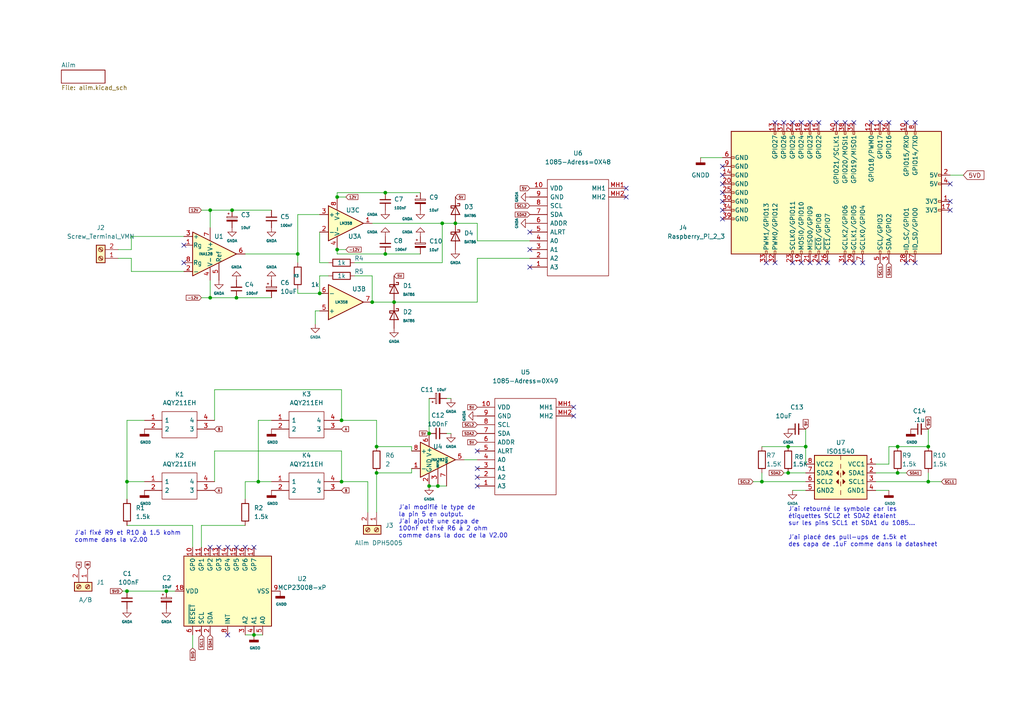
<source format=kicad_sch>
(kicad_sch (version 20211123) (generator eeschema)
  (paper "A4")
  (title_block (company "OhmPi team"))
  (lib_symbols
    (symbol "1085:1085" (pin_names (offset 0.762))
      (property "Reference" "IC" (at 24.13 7.62 0))
      (property "Value" "1085" (at 24.13 5.08 0))
      (symbol "1085_0_0"
        (pin passive line (at 0 -22.86 0) (length 5.08) (name "A3") (number "1"))
        (pin passive line (at 0 0 0) (length 5.08) (name "VDD") (number "10"))
        (pin passive line (at 0 -20.32 0) (length 5.08) (name "A2") (number "2"))
        (pin passive line (at 0 -17.78 0) (length 5.08) (name "A1") (number "3"))
        (pin passive line (at 0 -15.24 0) (length 5.08) (name "A0") (number "4"))
        (pin passive line (at 0 -12.7 0) (length 5.08) (name "ALRT") (number "5"))
        (pin passive line (at 0 -10.16 0) (length 5.08) (name "ADDR") (number "6"))
        (pin passive line (at 0 -7.62 0) (length 5.08) (name "SDA") (number "7"))
        (pin passive line (at 0 -5.08 0) (length 5.08) (name "SCL") (number "8"))
        (pin passive line (at 0 -2.54 0) (length 5.08) (name "GND") (number "9"))
        (pin passive line (at 27.94 0 180) (length 5.08) (name "MH1") (number "MH1"))
        (pin passive line (at 27.94 -2.54 180) (length 5.08) (name "MH2") (number "MH2"))
      )
    )
    (symbol "1085_1" (pin_names (offset 0.762))
      (property "Reference" "IC" (at 24.13 7.62 0))
      (property "Value" "1085_1" (at 24.13 5.08 0))
      (symbol "1085_1_0_0"
        (pin passive line (at 0 -22.86 0) (length 5.08) (name "A3") (number "1"))
        (pin passive line (at 0 0 0) (length 5.08) (name "VDD") (number "10"))
        (pin passive line (at 0 -20.32 0) (length 5.08) (name "A2") (number "2"))
        (pin passive line (at 0 -17.78 0) (length 5.08) (name "A1") (number "3"))
        (pin passive line (at 0 -15.24 0) (length 5.08) (name "A0") (number "4"))
        (pin passive line (at 0 -12.7 0) (length 5.08) (name "ALRT") (number "5"))
        (pin passive line (at 0 -10.16 0) (length 5.08) (name "ADDR") (number "6"))
        (pin passive line (at 0 -7.62 0) (length 5.08) (name "SDA") (number "7"))
        (pin passive line (at 0 -5.08 0) (length 5.08) (name "SCL") (number "8"))
        (pin passive line (at 0 -2.54 0) (length 5.08) (name "GND") (number "9"))
        (pin passive line (at 27.94 0 180) (length 5.08) (name "MH1") (number "MH1"))
        (pin passive line (at 27.94 -2.54 180) (length 5.08) (name "MH2") (number "MH2"))
      )
    )
    (symbol "AQY211EH:AQY211EH" (pin_names (offset 0.762))
      (property "Reference" "K" (at 16.51 7.62 0))
      (property "Value" "AQY211EH" (at 16.51 5.08 0))
      (symbol "AQY211EH_0_0"
        (pin passive line (at 0 0 0) (length 5.08) (name "1") (number "1"))
        (pin passive line (at 0 -2.54 0) (length 5.08) (name "2") (number "2"))
        (pin passive line (at 20.32 -2.54 180) (length 5.08) (name "3") (number "3"))
        (pin passive line (at 20.32 0 180) (length 5.08) (name "4") (number "4"))
      )
    )
    (symbol "Amplifier_Current:INA282" (pin_names (offset 0.127))
      (property "Reference" "U4" (at 0 3.81 0))
      (property "Value" "INA282" (at 0 0 0))
      (symbol "INA282_1_1"
        (pin input line (at -7.62 -2.54 0) (length 2.54) (name "-") (number "1"))
        (pin power_in line (at -2.54 -7.62 90) (length 3.81) (name "GND") (number "2"))
        (pin input line (at 0 -7.62 90) (length 5.08) (name "REF2") (number "3"))
        (pin no_connect line (at -5.08 0 0) (length 2.54) hide (name "NC") (number "4"))
        (pin output line (at 7.62 0 180) (length 2.54) (name "~") (number "5"))
        (pin input line (at -2.54 7.62 270) (length 3.81) (name "V+") (number "6"))
        (pin input line (at 2.54 -7.62 90) (length 6.35) (name "REF1") (number "7"))
        (pin input line (at -7.62 2.54 0) (length 2.54) (name "+") (number "8"))
      )
    )
    (symbol "Amplifier_Instrumentation:INA128" (pin_names (offset 0.127))
      (property "Reference" "U" (at 3.81 3.175 0))
      (property "Value" "INA128" (at 3.81 -3.175 0))
      (symbol "INA128_1_1"
        (pin passive line (at -7.62 2.54 0) (length 2.54) (name "Rg") (number "1"))
        (pin input line (at -7.62 -5.08 0) (length 2.54) (name "-") (number "2"))
        (pin input line (at -7.62 5.08 0) (length 2.54) (name "+") (number "3"))
        (pin power_in line (at 0 -7.62 90) (length 3.81) (name "V-") (number "4"))
        (pin input line (at 2.54 -7.62 90) (length 5.08) (name "Ref") (number "5"))
        (pin output line (at 10.16 0 180) (length 2.54) (name "~") (number "6"))
        (pin power_in line (at 0 7.62 270) (length 3.81) (name "V+") (number "7"))
        (pin passive line (at -7.62 -2.54 0) (length 2.54) (name "Rg") (number "8"))
      )
    )
    (symbol "Amplifier_Operational:LM358" (pin_names (offset 0.127))
      (property "Reference" "U" (at 0 5.08 0))
      (property "Value" "LM358" (at 0 -5.08 0))
      (symbol "LM358_1_1"
        (pin output line (at 7.62 0 180) (length 2.54) (name "~") (number "1"))
        (pin input line (at -7.62 -2.54 0) (length 2.54) (name "-") (number "2"))
        (pin input line (at -7.62 2.54 0) (length 2.54) (name "+") (number "3"))
      )
      (symbol "LM358_2_1"
        (pin input line (at -7.62 2.54 0) (length 2.54) (name "+") (number "5"))
        (pin input line (at -7.62 -2.54 0) (length 2.54) (name "-") (number "6"))
        (pin output line (at 7.62 0 180) (length 2.54) (name "~") (number "7"))
      )
      (symbol "LM358_3_1"
        (pin power_in line (at -2.54 -7.62 90) (length 3.81) (name "V-") (number "4"))
        (pin power_in line (at -2.54 7.62 270) (length 3.81) (name "V+") (number "8"))
      )
    )
    (symbol "Connector:Raspberry_Pi_2_3" (pin_names (offset 1.016))
      (property "Reference" "J" (at -17.78 31.75 0))
      (property "Value" "Raspberry_Pi_2_3" (at 10.16 -31.75 0))
      (symbol "Raspberry_Pi_2_3_1_1"
        (pin power_in line (at 2.54 33.02 270) (length 2.54) (name "3V3") (number "1"))
        (pin bidirectional line (at -20.32 20.32 0) (length 2.54) (name "GPIO15/RXD") (number "10"))
        (pin bidirectional line (at -20.32 12.7 0) (length 2.54) (name "GPIO17") (number "11"))
        (pin bidirectional line (at -20.32 10.16 0) (length 2.54) (name "GPIO18/PWM0") (number "12"))
        (pin bidirectional line (at -20.32 -17.78 0) (length 2.54) (name "GPIO27") (number "13"))
        (pin power_in line (at -5.08 -33.02 90) (length 2.54) (name "GND") (number "14"))
        (pin bidirectional line (at -20.32 -5.08 0) (length 2.54) (name "GPIO22") (number "15"))
        (pin bidirectional line (at -20.32 -7.62 0) (length 2.54) (name "GPIO23") (number "16"))
        (pin power_in line (at 5.08 33.02 270) (length 2.54) (name "3V3") (number "17"))
        (pin bidirectional line (at -20.32 -10.16 0) (length 2.54) (name "GPIO24") (number "18"))
        (pin bidirectional line (at 20.32 -10.16 180) (length 2.54) (name "MOSI0/GPIO10") (number "19"))
        (pin power_in line (at -5.08 33.02 270) (length 2.54) (name "5V") (number "2"))
        (pin power_in line (at -2.54 -33.02 90) (length 2.54) (name "GND") (number "20"))
        (pin bidirectional line (at 20.32 -7.62 180) (length 2.54) (name "MISO0/GPIO9") (number "21"))
        (pin bidirectional line (at -20.32 -12.7 0) (length 2.54) (name "GPIO25") (number "22"))
        (pin bidirectional line (at 20.32 -12.7 180) (length 2.54) (name "SCLK0/GPIO11") (number "23"))
        (pin bidirectional line (at 20.32 -5.08 180) (length 2.54) (name "~{CE0}/GPIO8") (number "24"))
        (pin power_in line (at 0 -33.02 90) (length 2.54) (name "GND") (number "25"))
        (pin bidirectional line (at 20.32 -2.54 180) (length 2.54) (name "~{CE1}/GPIO7") (number "26"))
        (pin bidirectional line (at 20.32 22.86 180) (length 2.54) (name "ID_SD/GPIO0") (number "27"))
        (pin bidirectional line (at 20.32 20.32 180) (length 2.54) (name "ID_SC/GPIO1") (number "28"))
        (pin bidirectional line (at 20.32 5.08 180) (length 2.54) (name "GCLK1/GPIO5") (number "29"))
        (pin bidirectional line (at 20.32 15.24 180) (length 2.54) (name "SDA/GPIO2") (number "3"))
        (pin power_in line (at 2.54 -33.02 90) (length 2.54) (name "GND") (number "30"))
        (pin bidirectional line (at 20.32 2.54 180) (length 2.54) (name "GCLK2/GPIO6") (number "31"))
        (pin bidirectional line (at 20.32 -17.78 180) (length 2.54) (name "PWM0/GPIO12") (number "32"))
        (pin bidirectional line (at 20.32 -20.32 180) (length 2.54) (name "PWM1/GPIO13") (number "33"))
        (pin power_in line (at 5.08 -33.02 90) (length 2.54) (name "GND") (number "34"))
        (pin bidirectional line (at -20.32 5.08 0) (length 2.54) (name "GPIO19/MISO1") (number "35"))
        (pin bidirectional line (at -20.32 15.24 0) (length 2.54) (name "GPIO16") (number "36"))
        (pin bidirectional line (at -20.32 -15.24 0) (length 2.54) (name "GPIO26") (number "37"))
        (pin bidirectional line (at -20.32 2.54 0) (length 2.54) (name "GPIO20/MOSI1") (number "38"))
        (pin power_in line (at 7.62 -33.02 90) (length 2.54) (name "GND") (number "39"))
        (pin power_in line (at -2.54 33.02 270) (length 2.54) (name "5V") (number "4"))
        (pin bidirectional line (at -20.32 0 0) (length 2.54) (name "GPIO21/SCLK1") (number "40"))
        (pin bidirectional line (at 20.32 12.7 180) (length 2.54) (name "SCL/GPIO3") (number "5"))
        (pin power_in line (at -10.16 -33.02 90) (length 2.54) (name "GND") (number "6"))
        (pin bidirectional line (at 20.32 7.62 180) (length 2.54) (name "GCLK0/GPIO4") (number "7"))
        (pin bidirectional line (at -20.32 22.86 0) (length 2.54) (name "GPIO14/TXD") (number "8"))
        (pin power_in line (at -7.62 -33.02 90) (length 2.54) (name "GND") (number "9"))
      )
    )
    (symbol "Connector:Screw_Terminal_01x02" (pin_names (offset 1.016) hide)
      (property "Reference" "J" (at 0 2.54 0))
      (property "Value" "Screw_Terminal_01x02" (at 0 -5.08 0))
      (symbol "Screw_Terminal_01x02_1_1"
        (pin passive line (at -5.08 0 0) (length 3.81) (name "Pin_1") (number "1"))
        (pin passive line (at -5.08 -2.54 0) (length 3.81) (name "Pin_2") (number "2"))
      )
    )
    (symbol "Device:C_Polarized_Small" (pin_numbers hide) (pin_names (offset 0.254) hide)
      (property "Reference" "C" (at 0.254 1.778 0))
      (property "Value" "C_Polarized_Small" (at 0.254 -2.032 0))
      (symbol "C_Polarized_Small_1_1"
        (pin passive line (at 0 2.54 270) (length 1.8542) (name "~") (number "1"))
        (pin passive line (at 0 -2.54 90) (length 1.8542) (name "~") (number "2"))
      )
    )
    (symbol "Device:C_Small" (pin_numbers hide) (pin_names (offset 0.254) hide)
      (property "Reference" "C" (at 0.254 1.778 0))
      (property "Value" "C_Small" (at 0.254 -2.032 0))
      (symbol "C_Small_1_1"
        (pin passive line (at 0 2.54 270) (length 2.032) (name "~") (number "1"))
        (pin passive line (at 0 -2.54 90) (length 2.032) (name "~") (number "2"))
      )
    )
    (symbol "Device:R" (pin_numbers hide) (pin_names (offset 0))
      (property "Reference" "R" (at 2.032 0 90))
      (property "Value" "R" (at 0 0 90))
      (symbol "R_1_1"
        (pin passive line (at 0 3.81 270) (length 1.27) (name "~") (number "1"))
        (pin passive line (at 0 -3.81 90) (length 1.27) (name "~") (number "2"))
      )
    )
    (symbol "Diode:BAT86" (pin_numbers hide) (pin_names (offset 1.016) hide)
      (property "Reference" "D" (at 0 2.54 0))
      (property "Value" "BAT86" (at 0 -2.54 0))
      (symbol "BAT86_1_1"
        (pin passive line (at -3.81 0 0) (length 2.54) (name "K") (number "1"))
        (pin passive line (at 3.81 0 180) (length 2.54) (name "A") (number "2"))
      )
    )
    (symbol "Interface_Expansion:MCP23008-xP"
      (property "Reference" "U" (at -8.89 13.97 0))
      (property "Value" "MCP23008-xP" (at 8.89 13.97 0))
      (symbol "MCP23008-xP_1_1"
        (pin input line (at -12.7 7.62 0) (length 2.54) (name "SCL") (number "1"))
        (pin bidirectional line (at 12.7 10.16 180) (length 2.54) (name "GP0") (number "10"))
        (pin bidirectional line (at 12.7 7.62 180) (length 2.54) (name "GP1") (number "11"))
        (pin bidirectional line (at 12.7 5.08 180) (length 2.54) (name "GP2") (number "12"))
        (pin bidirectional line (at 12.7 2.54 180) (length 2.54) (name "GP3") (number "13"))
        (pin bidirectional line (at 12.7 0 180) (length 2.54) (name "GP4") (number "14"))
        (pin bidirectional line (at 12.7 -2.54 180) (length 2.54) (name "GP5") (number "15"))
        (pin bidirectional line (at 12.7 -5.08 180) (length 2.54) (name "GP6") (number "16"))
        (pin bidirectional line (at 12.7 -7.62 180) (length 2.54) (name "GP7") (number "17"))
        (pin power_in line (at 0 15.24 270) (length 2.54) (name "VDD") (number "18"))
        (pin bidirectional line (at -12.7 5.08 0) (length 2.54) (name "SDA") (number "2"))
        (pin input line (at -12.7 -5.08 0) (length 2.54) (name "A2") (number "3"))
        (pin input line (at -12.7 -7.62 0) (length 2.54) (name "A1") (number "4"))
        (pin input line (at -12.7 -10.16 0) (length 2.54) (name "A0") (number "5"))
        (pin input line (at -12.7 10.16 0) (length 2.54) (name "~{RESET}") (number "6"))
        (pin no_connect line (at -10.16 -2.54 0) (length 2.54) hide (name "NC") (number "7"))
        (pin output line (at -12.7 0 0) (length 2.54) (name "INT") (number "8"))
        (pin power_in line (at 0 -15.24 90) (length 2.54) (name "VSS") (number "9"))
      )
    )
    (symbol "Isolator:ISO1540"
      (property "Reference" "U" (at -6.35 6.35 0))
      (property "Value" "ISO1540" (at 3.81 6.35 0))
      (symbol "ISO1540_1_1"
        (pin power_in line (at -10.16 2.54 0) (length 2.54) (name "VCC1") (number "1"))
        (pin bidirectional line (at -10.16 0 0) (length 2.54) (name "SDA1") (number "2"))
        (pin bidirectional line (at -10.16 -2.54 0) (length 2.54) (name "SCL1") (number "3"))
        (pin power_in line (at -10.16 -5.08 0) (length 2.54) (name "GND1") (number "4"))
        (pin power_in line (at 10.16 -5.08 180) (length 2.54) (name "GND2") (number "5"))
        (pin bidirectional line (at 10.16 -2.54 180) (length 2.54) (name "SCL2") (number "6"))
        (pin bidirectional line (at 10.16 0 180) (length 2.54) (name "SDA2") (number "7"))
        (pin power_in line (at 10.16 2.54 180) (length 2.54) (name "VCC2") (number "8"))
      )
    )
    (symbol "power:GNDA" (power) (pin_names (offset 0))
      (property "Value" "GNDA" (at 0 -3.81 0))
      (symbol "GNDA_1_1"
        (pin power_in line (at 0 0 270) (length 0) hide (name "GNDA") (number "1"))
      )
    )
    (symbol "power:GNDD" (power) (pin_names (offset 0))
      (property "Value" "GNDD" (at 0 -3.175 0))
      (symbol "GNDD_1_1"
        (pin power_in line (at 0 0 270) (length 0) hide (name "GNDD") (number "1"))
      )
    )
  )
  (junction (at 60.96 86.36))
  (junction (at 109.22 129.54))
  (junction (at 36.83 171.45))
  (junction (at 68.58 86.36))
  (junction (at 99.06 139.7))
  (junction (at 74.93 139.7))
  (junction (at 114.3 87.63))
  (junction (at 48.26 171.45))
  (junction (at 109.22 137.16))
  (junction (at 228.6 129.54))
  (junction (at 36.83 139.7))
  (junction (at 124.46 140.97))
  (junction (at 269.24 129.54))
  (junction (at 132.08 64.77))
  (junction (at 269.24 139.7))
  (junction (at 86.36 73.66))
  (junction (at 97.79 57.15))
  (junction (at 233.68 129.54))
  (junction (at 97.79 72.39))
  (junction (at 67.31 60.96))
  (junction (at 260.35 129.54))
  (junction (at 60.96 60.96))
  (junction (at 228.6 137.16))
  (junction (at 111.76 55.88))
  (junction (at 124.46 125.73))
  (junction (at 92.71 85.09))
  (junction (at 220.98 139.7))
  (junction (at 111.76 73.66))
  (junction (at 73.66 184.15))
  (junction (at 107.95 87.63))
  (junction (at 260.35 137.16))
  (junction (at 127 140.97))
  (junction (at 128.27 64.77))
  (junction (at 99.06 121.92))
  (no_connect (at 53.34 76.2))
  (no_connect (at 53.34 71.12))
  (no_connect (at 166.37 118.11))
  (no_connect (at 138.43 130.81))
  (no_connect (at 166.37 120.65))
  (no_connect (at 209.55 55.88))
  (no_connect (at 209.55 58.42))
  (no_connect (at 209.55 60.96))
  (no_connect (at 209.55 63.5))
  (no_connect (at 209.55 50.8))
  (no_connect (at 209.55 48.26))
  (no_connect (at 209.55 53.34))
  (no_connect (at 275.59 58.42))
  (no_connect (at 275.59 60.96))
  (no_connect (at 275.59 53.34))
  (no_connect (at 73.66 158.75))
  (no_connect (at 71.12 158.75))
  (no_connect (at 60.96 158.75))
  (no_connect (at 63.5 158.75))
  (no_connect (at 68.58 158.75))
  (no_connect (at 66.04 158.75))
  (no_connect (at 153.67 67.31))
  (no_connect (at 181.61 54.61))
  (no_connect (at 181.61 57.15))
  (no_connect (at 66.04 184.15))
  (no_connect (at 138.43 140.97))
  (no_connect (at 138.43 138.43))
  (no_connect (at 138.43 135.89))
  (no_connect (at 153.67 72.39))
  (no_connect (at 153.67 77.47))
  (no_connect (at 252.73 35.56))
  (no_connect (at 255.27 35.56))
  (no_connect (at 257.81 35.56))
  (no_connect (at 262.89 35.56))
  (no_connect (at 265.43 35.56))
  (no_connect (at 224.79 35.56))
  (no_connect (at 227.33 35.56))
  (no_connect (at 229.87 35.56))
  (no_connect (at 232.41 35.56))
  (no_connect (at 234.95 35.56))
  (no_connect (at 237.49 35.56))
  (no_connect (at 242.57 35.56))
  (no_connect (at 245.11 35.56))
  (no_connect (at 247.65 35.56))
  (no_connect (at 262.89 76.2))
  (no_connect (at 265.43 76.2))
  (no_connect (at 240.03 76.2))
  (no_connect (at 245.11 76.2))
  (no_connect (at 247.65 76.2))
  (no_connect (at 250.19 76.2))
  (no_connect (at 229.87 76.2))
  (no_connect (at 232.41 76.2))
  (no_connect (at 234.95 76.2))
  (no_connect (at 237.49 76.2))
  (no_connect (at 224.79 76.2))
  (no_connect (at 222.25 76.2))
  (wire (pts (xy 86.36 73.66) (xy 86.36 76.2)))
  (wire (pts (xy 109.22 129.54) (xy 119.38 129.54)))
  (wire (pts (xy 34.29 74.93) (xy 38.1 74.93)))
  (wire (pts (xy 130.81 115.57) (xy 129.54 115.57)))
  (wire (pts (xy 138.43 87.63) (xy 114.3 87.63)))
  (wire (pts (xy 254 142.24) (xy 257.81 142.24)))
  (wire (pts (xy 55.88 152.4) (xy 55.88 158.75)))
  (wire (pts (xy 228.6 137.16) (xy 233.68 137.16)))
  (wire (pts (xy 92.71 76.2) (xy 95.25 76.2)))
  (wire (pts (xy 260.35 137.16) (xy 262.89 137.16)))
  (wire (pts (xy 74.93 121.92) (xy 74.93 139.7)))
  (wire (pts (xy 62.23 130.81) (xy 62.23 139.7)))
  (wire (pts (xy 109.22 121.92) (xy 109.22 129.54)))
  (wire (pts (xy 233.68 129.54) (xy 228.6 129.54)))
  (wire (pts (xy 128.27 64.77) (xy 107.95 64.77)))
  (wire (pts (xy 107.95 87.63) (xy 107.95 80.01)))
  (wire (pts (xy 121.92 73.66) (xy 111.76 73.66)))
  (wire (pts (xy 35.56 171.45) (xy 36.83 171.45)))
  (wire (pts (xy 74.93 139.7) (xy 78.74 139.7)))
  (wire (pts (xy 71.12 139.7) (xy 71.12 144.78)))
  (wire (pts (xy 220.98 139.7) (xy 233.68 139.7)))
  (wire (pts (xy 128.27 64.77) (xy 132.08 64.77)))
  (wire (pts (xy 233.68 134.62) (xy 233.68 129.54)))
  (wire (pts (xy 254 139.7) (xy 269.24 139.7)))
  (wire (pts (xy 227.33 137.16) (xy 228.6 137.16)))
  (wire (pts (xy 58.42 86.36) (xy 60.96 86.36)))
  (wire (pts (xy 36.83 139.7) (xy 41.91 139.7)))
  (wire (pts (xy 99.06 130.81) (xy 99.06 139.7)))
  (wire (pts (xy 86.36 85.09) (xy 92.71 85.09)))
  (wire (pts (xy 279.4 50.8) (xy 275.59 50.8)))
  (wire (pts (xy 60.96 60.96) (xy 60.96 66.04)))
  (wire (pts (xy 106.68 148.59) (xy 106.68 139.7)))
  (wire (pts (xy 92.71 80.01) (xy 92.71 85.09)))
  (wire (pts (xy 36.83 139.7) (xy 36.83 144.78)))
  (wire (pts (xy 97.79 55.88) (xy 111.76 55.88)))
  (wire (pts (xy 91.44 90.17) (xy 91.44 93.98)))
  (wire (pts (xy 78.74 121.92) (xy 74.93 121.92)))
  (wire (pts (xy 203.2 45.72) (xy 209.55 45.72)))
  (wire (pts (xy 73.66 184.15) (xy 76.2 184.15)))
  (wire (pts (xy 127 140.97) (xy 129.54 140.97)))
  (wire (pts (xy 58.42 152.4) (xy 71.12 152.4)))
  (wire (pts (xy 55.88 184.15) (xy 55.88 187.96)))
  (wire (pts (xy 38.1 74.93) (xy 38.1 78.74)))
  (wire (pts (xy 86.36 62.23) (xy 92.71 62.23)))
  (wire (pts (xy 92.71 90.17) (xy 91.44 90.17)))
  (wire (pts (xy 102.87 76.2) (xy 128.27 76.2)))
  (wire (pts (xy 254 134.62) (xy 257.81 134.62)))
  (wire (pts (xy 99.06 121.92) (xy 109.22 121.92)))
  (wire (pts (xy 41.91 121.92) (xy 36.83 121.92)))
  (wire (pts (xy 58.42 152.4) (xy 58.42 158.75)))
  (wire (pts (xy 97.79 73.66) (xy 111.76 73.66)))
  (wire (pts (xy 111.76 55.88) (xy 121.92 55.88)))
  (wire (pts (xy 58.42 60.96) (xy 60.96 60.96)))
  (wire (pts (xy 92.71 67.31) (xy 92.71 76.2)))
  (wire (pts (xy 220.98 137.16) (xy 220.98 139.7)))
  (wire (pts (xy 269.24 137.16) (xy 269.24 139.7)))
  (wire (pts (xy 257.81 134.62) (xy 257.81 129.54)))
  (wire (pts (xy 78.74 86.36) (xy 68.58 86.36)))
  (wire (pts (xy 109.22 137.16) (xy 119.38 137.16)))
  (wire (pts (xy 38.1 78.74) (xy 53.34 78.74)))
  (wire (pts (xy 97.79 57.15) (xy 100.33 57.15)))
  (wire (pts (xy 257.81 129.54) (xy 260.35 129.54)))
  (wire (pts (xy 130.81 125.73) (xy 129.54 125.73)))
  (wire (pts (xy 62.23 113.03) (xy 99.06 113.03)))
  (wire (pts (xy 99.06 113.03) (xy 99.06 121.92)))
  (wire (pts (xy 67.31 60.96) (xy 78.74 60.96)))
  (wire (pts (xy 86.36 62.23) (xy 86.36 73.66)))
  (wire (pts (xy 62.23 130.81) (xy 99.06 130.81)))
  (wire (pts (xy 109.22 137.16) (xy 109.22 148.59)))
  (wire (pts (xy 229.87 142.24) (xy 233.68 142.24)))
  (wire (pts (xy 124.46 140.97) (xy 127 140.97)))
  (wire (pts (xy 138.43 74.93) (xy 138.43 87.63)))
  (wire (pts (xy 153.67 74.93) (xy 138.43 74.93)))
  (wire (pts (xy 260.35 137.16) (xy 254 137.16)))
  (wire (pts (xy 269.24 139.7) (xy 273.05 139.7)))
  (wire (pts (xy 71.12 184.15) (xy 73.66 184.15)))
  (wire (pts (xy 102.87 80.01) (xy 107.95 80.01)))
  (wire (pts (xy 218.44 139.7) (xy 220.98 139.7)))
  (wire (pts (xy 124.46 115.57) (xy 124.46 125.73)))
  (wire (pts (xy 119.38 129.54) (xy 119.38 130.81)))
  (wire (pts (xy 138.43 69.85) (xy 138.43 64.77)))
  (wire (pts (xy 36.83 121.92) (xy 36.83 139.7)))
  (wire (pts (xy 107.95 87.63) (xy 114.3 87.63)))
  (wire (pts (xy 38.1 68.58) (xy 53.34 68.58)))
  (wire (pts (xy 48.26 171.45) (xy 50.8 171.45)))
  (wire (pts (xy 93.98 85.09) (xy 92.71 85.09)))
  (wire (pts (xy 269.24 124.46) (xy 269.24 129.54)))
  (wire (pts (xy 233.68 124.46) (xy 233.68 129.54)))
  (wire (pts (xy 60.96 60.96) (xy 67.31 60.96)))
  (wire (pts (xy 62.23 113.03) (xy 62.23 121.92)))
  (wire (pts (xy 71.12 139.7) (xy 74.93 139.7)))
  (wire (pts (xy 60.96 86.36) (xy 68.58 86.36)))
  (wire (pts (xy 97.79 72.39) (xy 97.79 73.66)))
  (wire (pts (xy 260.35 129.54) (xy 269.24 129.54)))
  (wire (pts (xy 220.98 129.54) (xy 228.6 129.54)))
  (wire (pts (xy 153.67 69.85) (xy 138.43 69.85)))
  (wire (pts (xy 36.83 171.45) (xy 48.26 171.45)))
  (wire (pts (xy 34.29 72.39) (xy 38.1 72.39)))
  (wire (pts (xy 138.43 64.77) (xy 132.08 64.77)))
  (wire (pts (xy 86.36 83.82) (xy 86.36 85.09)))
  (wire (pts (xy 92.71 80.01) (xy 95.25 80.01)))
  (wire (pts (xy 36.83 152.4) (xy 55.88 152.4)))
  (wire (pts (xy 97.79 57.15) (xy 97.79 55.88)))
  (wire (pts (xy 119.38 135.89) (xy 119.38 137.16)))
  (wire (pts (xy 128.27 64.77) (xy 128.27 76.2)))
  (wire (pts (xy 38.1 72.39) (xy 38.1 68.58)))
  (wire (pts (xy 60.96 81.28) (xy 60.96 86.36)))
  (wire (pts (xy 134.62 133.35) (xy 138.43 133.35)))
  (wire (pts (xy 97.79 72.39) (xy 100.33 72.39)))
  (wire (pts (xy 106.68 139.7) (xy 99.06 139.7)))
  (wire (pts (xy 71.12 73.66) (xy 86.36 73.66)))
  (text "J'ai retourné le symbole car les \nétiquettes SCL2 et SDA2 étaient \nsur les pins SCL1 et SDA1 du 1085...\n\nJ'ai placé des pull-ups de 1.5k et \ndes capa de .1uF comme dans la datasheet " (at 228.6 158.75 0) (effects (font (size 1.27 1.27)) (justify left bottom)))
  (text "J'ai fixé R9 et R10 à 1.5 kohm\ncomme dans la v2.00" (at 21.59 157.48 0) (effects (font (size 1.27 1.27)) (justify left bottom)))
  (text "J'ai modifié le type de\nla pin 5 en output.\nJ'ai ajouté une capa de\n100nF et fixé R6 à 2 ohm\ncomme dans la doc de la V2.00" (at 115.57 156.21 0) (effects (font (size 1.27 1.27)) (justify left bottom)))
  (global_label "12V" (shape input) (at 100.33 57.15 0) (effects (font (size 0.75 0.75))) (property "Intersheet References" "${INTERSHEET_REFS}" (effects hide)))
  (global_label "5V" (shape input) (at 233.68 124.46 90) (effects (font (size 0.75 0.75))) (property "Intersheet References" "${INTERSHEET_REFS}" (effects hide)))
  (global_label "SCL1" (shape input) (at 58.42 184.15 270) (effects (font (size 0.75 0.75))) (property "Intersheet References" "${INTERSHEET_REFS}" (effects hide)))
  (global_label "5V" (shape input) (at 138.43 118.11 180) (effects (font (size 0.75 0.75))) (property "Intersheet References" "${INTERSHEET_REFS}" (effects hide)))
  (global_label "SDA1" (shape input) (at 60.96 184.15 270) (effects (font (size 0.75 0.75))) (property "Intersheet References" "${INTERSHEET_REFS}" (effects hide)))
  (global_label "5V" (shape input) (at 138.43 128.27 180) (effects (font (size 0.75 0.75))) (property "Intersheet References" "${INTERSHEET_REFS}" (effects hide)))
  (global_label "SCL2" (shape input) (at 218.44 139.7 180) (effects (font (size 0.75 0.75))) (property "Intersheet References" "${INTERSHEET_REFS}" (effects hide)))
  (global_label "-12V" (shape input) (at 58.42 86.36 180) (effects (font (size 0.75 0.75))) (property "Intersheet References" "${INTERSHEET_REFS}" (effects hide)))
  (global_label "5V" (shape input) (at 114.3 80.01 0) (effects (font (size 0.75 0.75))) (property "Intersheet References" "${INTERSHEET_REFS}" (effects hide)))
  (global_label "5V" (shape input) (at 153.67 54.61 180) (effects (font (size 0.75 0.75))) (property "Intersheet References" "${INTERSHEET_REFS}" (effects hide)))
  (global_label "SDA2" (shape input) (at 153.67 62.23 180) (effects (font (size 0.75 0.75))) (property "Intersheet References" "${INTERSHEET_REFS}" (effects hide)))
  (global_label "SDA1" (shape input) (at 257.81 76.2 270) (effects (font (size 0.75 0.75))) (property "Intersheet References" "${INTERSHEET_REFS}" (effects hide)))
  (global_label "SDA2" (shape input) (at 227.33 137.16 180) (effects (font (size 0.75 0.75))) (property "Intersheet References" "${INTERSHEET_REFS}" (effects hide)))
  (global_label "5VD" (shape input) (at 279.4 50.8 0) (property "Intersheet References" "${INTERSHEET_REFS}" (effects hide)))
  (global_label "B" (shape input) (at 25.4 165.1 90) (effects (font (size 0.75 0.75))) (property "Intersheet References" "${INTERSHEET_REFS}" (effects hide)))
  (global_label "A" (shape input) (at 99.06 124.46 0) (effects (font (size 0.75 0.75))) (property "Intersheet References" "${INTERSHEET_REFS}" (effects hide)))
  (global_label "A" (shape input) (at 62.23 142.24 0) (effects (font (size 0.75 0.75))) (property "Intersheet References" "${INTERSHEET_REFS}" (effects hide)))
  (global_label "12V" (shape input) (at 58.42 60.96 180) (effects (font (size 0.75 0.75))) (property "Intersheet References" "${INTERSHEET_REFS}" (effects hide)))
  (global_label "B" (shape input) (at 99.06 142.24 0) (effects (font (size 0.75 0.75))) (property "Intersheet References" "${INTERSHEET_REFS}" (effects hide)))
  (global_label "B" (shape input) (at 62.23 124.46 0) (effects (font (size 0.75 0.75))) (property "Intersheet References" "${INTERSHEET_REFS}" (effects hide)))
  (global_label "5V" (shape input) (at 124.46 125.73 180) (effects (font (size 0.75 0.75))) (property "Intersheet References" "${INTERSHEET_REFS}" (effects hide)))
  (global_label "A" (shape input) (at 22.86 165.1 90) (effects (font (size 0.75 0.75))) (property "Intersheet References" "${INTERSHEET_REFS}" (effects hide)))
  (global_label "-12V" (shape input) (at 100.33 72.39 0) (effects (font (size 0.75 0.75))) (property "Intersheet References" "${INTERSHEET_REFS}" (effects hide)))
  (global_label "5VD" (shape input) (at 269.24 124.46 90) (effects (font (size 0.75 0.75))) (property "Intersheet References" "${INTERSHEET_REFS}" (effects hide)))
  (global_label "SCL1" (shape input) (at 255.27 76.2 270) (effects (font (size 0.75 0.75))) (property "Intersheet References" "${INTERSHEET_REFS}" (effects hide)))
  (global_label "SCL2" (shape input) (at 153.67 59.69 180) (effects (font (size 0.75 0.75))) (property "Intersheet References" "${INTERSHEET_REFS}" (effects hide)))
  (global_label "SCL2" (shape input) (at 138.43 123.19 180) (effects (font (size 0.75 0.75))) (property "Intersheet References" "${INTERSHEET_REFS}" (effects hide)))
  (global_label "5V" (shape input) (at 132.08 57.15 0) (effects (font (size 0.75 0.75))) (property "Intersheet References" "${INTERSHEET_REFS}" (effects hide)))
  (global_label "SCL1" (shape input) (at 273.05 139.7 0) (effects (font (size 0.75 0.75))) (property "Intersheet References" "${INTERSHEET_REFS}" (effects hide)))
  (global_label "5VD" (shape input) (at 35.56 171.45 180) (effects (font (size 0.75 0.75))) (property "Intersheet References" "${INTERSHEET_REFS}" (effects hide)))
  (global_label "SDA1" (shape input) (at 262.89 137.16 0) (effects (font (size 0.75 0.75))) (property "Intersheet References" "${INTERSHEET_REFS}" (effects hide)))
  (global_label "SDA2" (shape input) (at 138.43 125.73 180) (effects (font (size 0.75 0.75))) (property "Intersheet References" "${INTERSHEET_REFS}" (effects hide)))
  (global_label "5VD" (shape input) (at 55.88 187.96 270) (effects (font (size 0.75 0.75))) (property "Intersheet References" "${INTERSHEET_REFS}" (effects hide)))
  (symbol (lib_id "power:GNDA") (at 138.43 120.65 270) (unit 1)
    (property "Reference" "#PWR024" (effects hide))
    (property "Value" "GNDA" (at 134.62 120.65 0) (effects (font (size 0.75 0.75))))
  )
  (symbol (lib_id "power:GNDA") (at 132.08 72.39 0) (unit 1)
    (property "Reference" "#PWR023" (effects hide))
    (property "Value" "GNDA" (at 132.08 76.2 0) (effects (font (size 0.75 0.75))))
  )
  (symbol (lib_id "power:GNDA") (at 36.83 176.53 0) (unit 1)
    (property "Reference" "#PWR01" (effects hide))
    (property "Value" "GNDA" (at 36.83 180.34 0) (effects (font (size 0.75 0.75))))
  )
  (symbol (lib_id "Amplifier_Current:INA282") (at 127 133.35 0) (unit 1)
    (property "Reference" "U4" (at 127 129.54 0))
    (property "Value" "INA282" (at 127 133.35 0) (effects (font (size 0.75 0.75))))
    (property "Footprint" "Package_SO:SOIC-8_3.9x4.9mm_P1.27mm" (effects hide))
    (property "Datasheet" "http://www.ti.com/lit/ds/symlink/ina282.pdf" (effects hide))
  )
  (symbol (lib_id "power:GNDA") (at 78.74 81.28 180) (unit 1)
    (property "Reference" "#PWR010" (effects hide))
    (property "Value" "GNDA" (at 78.74 77.47 0) (effects (font (size 0.75 0.75))))
  )
  (symbol (lib_id "power:GNDD") (at 203.2 45.72 0) (unit 1)
    (property "Reference" "#PWR027" (effects hide))
    (property "Value" "GNDD" (at 203.2 50.8 0))
  )
  (symbol (lib_id "Diode:BAT86") (at 132.08 68.58 270) (unit 1)
    (property "Reference" "D4" (at 134.62 67.6274 90) (effects (justify left)))
    (property "Value" "BAT86" (at 134.62 70.1674 90) (effects (font (size 0.75 0.75)) (justify left)))
    (property "Footprint" "Diode_THT:D_DO-35_SOD27_P7.62mm_Horizontal" (effects hide))
    (property "Datasheet" "https://assets.nexperia.com/documents/data-sheet/BAT86.pdf" (effects hide))
  )
  (symbol (lib_id "power:GNDA") (at 121.92 68.58 180) (unit 1)
    (property "Reference" "#PWR019" (effects hide))
    (property "Value" "GNDA" (at 118.11 67.31 0) (effects (font (size 0.75 0.75))))
  )
  (symbol (lib_id "Device:R") (at 99.06 76.2 90) (unit 1)
    (property "Reference" "R4" (at 104.14 74.93 90))
    (property "Value" "1k" (at 99.06 76.2 90))
    (property "Footprint" "Resistor_THT:R_Axial_DIN0411_L9.9mm_D3.6mm_P15.24mm_Horizontal" (effects hide))
  )
  (symbol (lib_id "power:GNDA") (at 68.58 81.28 180) (unit 1)
    (property "Reference" "#PWR07" (effects hide))
    (property "Value" "GNDA" (at 68.58 77.47 0) (effects (font (size 0.75 0.75))))
  )
  (symbol (lib_id "power:GNDA") (at 63.5 81.28 0) (unit 1)
    (property "Reference" "#PWR05" (effects hide))
    (property "Value" "GNDA" (at 63.5 85.09 0) (effects (font (size 0.75 0.75))))
  )
  (symbol (lib_id "power:GNDD") (at 78.74 142.24 0) (unit 1)
    (property "Reference" "#PWR012" (effects hide))
    (property "Value" "GNDD" (at 77.47 146.05 0) (effects (font (size 0.75 0.75)) (justify left)))
  )
  (symbol (lib_id "Device:R") (at 228.6 133.35 0) (unit 1)
    (property "Reference" "R8" (at 230.378 132.5153 0) (effects (justify left)))
    (property "Value" "1.5K" (at 229.87 134.62 0) (effects (justify left)))
    (property "Footprint" "Resistor_THT:R_Axial_DIN0411_L9.9mm_D3.6mm_P15.24mm_Horizontal" (effects hide))
  )
  (symbol (lib_id "Device:C_Small") (at 78.74 63.5 0) (unit 1)
    (property "Reference" "C5" (at 81.28 62.8712 0) (effects (justify left)))
    (property "Value" "100nF" (at 81.28 65.4112 0) (effects (font (size 0.75 0.75)) (justify left)))
    (property "Footprint" "Capacitor_THT:C_Disc_D8.0mm_W2.5mm_P5.00mm" (effects hide))
  )
  (symbol (lib_id "Device:R") (at 260.35 133.35 0) (unit 1)
    (property "Reference" "R9" (at 261.62 132.08 0) (effects (justify left)))
    (property "Value" "1.5k" (at 261.62 134.62 0) (effects (justify left)))
    (property "Footprint" "Resistor_THT:R_Axial_DIN0411_L9.9mm_D3.6mm_P15.24mm_Horizontal" (effects hide))
  )
  (symbol (lib_id "power:GNDA") (at 121.92 60.96 0) (unit 1)
    (property "Reference" "#PWR018" (effects hide))
    (property "Value" "GNDA" (at 118.11 63.5 0) (effects (font (size 0.75 0.75))))
  )
  (symbol (lib_id "Amplifier_Instrumentation:INA128") (at 60.96 73.66 0) (unit 1)
    (property "Reference" "U1" (at 63.5 68.58 0))
    (property "Value" "INA128" (at 59.69 73.66 0) (effects (font (size 0.75 0.75))))
    (property "Footprint" "Package_DIP:DIP-8_W7.62mm" (effects hide))
    (property "Datasheet" "http://www.ti.com/lit/ds/symlink/ina128.pdf" (effects hide))
  )
  (symbol (lib_id "power:GNDA") (at 130.81 115.57 0) (unit 1)
    (property "Reference" "#PWR021" (effects hide))
    (property "Value" "GNDA" (at 130.81 119.38 0) (effects (font (size 0.75 0.75))))
  )
  (symbol (lib_id "Connector:Screw_Terminal_01x02") (at 25.4 170.18 270) (unit 1)
    (property "Reference" "J1" (at 27.94 168.9099 90) (effects (justify left)))
    (property "Value" "A/B" (at 22.86 173.99 90) (effects (justify left)))
    (property "Footprint" "TerminalBlock_Phoenix:TerminalBlock_Phoenix_MKDS-1,5-2-5.08_1x02_P5.08mm_Horizontal" (effects hide))
  )
  (symbol (lib_id "power:GNDA") (at 124.46 140.97 0) (unit 1)
    (property "Reference" "#PWR020" (effects hide))
    (property "Value" "GNDA" (at 124.46 144.78 0) (effects (font (size 0.75 0.75))))
  )
  (symbol (lib_id "Device:R") (at 109.22 133.35 0) (unit 1)
    (property "Reference" "R6" (at 111.76 132.0799 0) (effects (justify left)))
    (property "Value" "2" (at 111.76 134.6199 0) (effects (justify left)))
    (property "Footprint" "Resistor_THT:R_Axial_DIN0414_L11.9mm_D4.5mm_P20.32mm_Horizontal" (effects hide))
  )
  (symbol (lib_name "1085_1") (lib_id "1085:1085") (at 138.43 118.11 0) (unit 1)
    (property "Reference" "U5" (at 152.4 107.95 0))
    (property "Value" "1085-Adress=0X49" (at 152.4 110.49 0))
    (property "Footprint" "1085:1085" (effects hide))
    (property "Datasheet" "https://cdn-shop.adafruit.com/datasheets/ads1115.pdf" (effects hide))
    (property "MANUFACTURER" "Adafruit" (effects hide))
    (property "MAXIMUM_PACKAGE_HEIGHT" "N/A" (effects hide))
    (property "PARTREV" "N/A" (effects hide))
    (property "STANDARD" "Manufacturer Recommendations" (effects hide))
    (property "Description" "Data Conversion IC Development Tools ADS1115 16-Bit ADC - 4 Channel with Programmable Gain Amplifier" (effects hide))
    (property "Height" "5" (effects hide))
    (property "Manufacturer_Name" "Adafruit" (effects hide))
    (property "Manufacturer_Part_Number" "1085" (effects hide))
    (property "Mouser Part Number" "485-1085" (effects hide))
    (property "Mouser Price/Stock" "https://www.mouser.co.uk/ProductDetail/Adafruit/1085?qs=GURawfaeGuCW8oufi8WauA%3D%3D" (effects hide))
    (property "Arrow Part Number" "1085" (effects hide))
    (property "Arrow Price/Stock" "https://www.arrow.com/en/products/1085/adafruit-industries?region=nac" (effects hide))
  )
  (symbol (lib_id "power:GNDD") (at 264.16 124.46 0) (unit 1)
    (property "Reference" "#PWR031" (effects hide))
    (property "Value" "GNDD" (at 262.89 128.27 0) (effects (font (size 0.75 0.75)) (justify left)))
  )
  (symbol (lib_id "power:GNDA") (at 48.26 176.53 0) (unit 1)
    (property "Reference" "#PWR04" (effects hide))
    (property "Value" "GNDA" (at 48.26 180.34 0) (effects (font (size 0.75 0.75))))
  )
  (symbol (lib_id "Device:R") (at 86.36 80.01 0) (unit 1)
    (property "Reference" "R3" (at 85.09 80.01 0) (effects (font (size 0.75 0.75)) (justify left)))
    (property "Value" "1k" (at 90.17 82.5499 0) (effects (justify left)))
    (property "Footprint" "Resistor_THT:R_Axial_DIN0411_L9.9mm_D3.6mm_P15.24mm_Horizontal" (effects hide))
  )
  (symbol (lib_id "power:GNDA") (at 229.87 142.24 0) (unit 1)
    (property "Reference" "#PWR029" (effects hide))
    (property "Value" "GNDA" (at 229.87 146.05 0) (effects (font (size 0.75 0.75))))
  )
  (symbol (lib_id "Interface_Expansion:MCP23008-xP") (at 66.04 171.45 90) (unit 1)
    (property "Reference" "U2" (at 87.63 167.8686 90))
    (property "Value" "MCP23008-xP" (at 87.63 170.4086 90))
    (property "Footprint" "Package_DIP:DIP-18_W7.62mm" (effects hide))
    (property "Datasheet" "http://ww1.microchip.com/downloads/en/DeviceDoc/MCP23008-MCP23S08-Data-Sheet-20001919F.pdf" (effects hide))
  )
  (symbol (lib_id "Device:R") (at 269.24 133.35 180) (unit 1)
    (property "Reference" "R10" (at 270.51 132.08 0) (effects (justify right)))
    (property "Value" "1.5k" (at 270.51 134.62 0) (effects (justify right)))
    (property "Footprint" "Resistor_THT:R_Axial_DIN0411_L9.9mm_D3.6mm_P15.24mm_Horizontal" (effects hide))
  )
  (symbol (lib_id "power:GNDA") (at 153.67 57.15 270) (unit 1)
    (property "Reference" "#PWR025" (effects hide))
    (property "Value" "GNDA" (at 149.86 57.15 0) (effects (font (size 0.75 0.75))))
  )
  (symbol (lib_id "Device:C_Polarized_Small") (at 67.31 63.5 0) (unit 1)
    (property "Reference" "C3" (at 69.85 62.3188 0) (effects (justify left)))
    (property "Value" "10uF" (at 69.85 66.04 0) (effects (font (size 0.75 0.75)) (justify left)))
    (property "Footprint" "Capacitor_THT:CP_Radial_D6.3mm_P2.50mm" (effects hide))
  )
  (symbol (lib_id "Device:C_Small") (at 231.14 124.46 90) (unit 1)
    (property "Reference" "C13" (at 231.1463 118.11 90))
    (property "Value" "10uF" (at 227.33 120.65 90))
    (property "Footprint" "Capacitor_THT:CP_Radial_D6.3mm_P2.50mm" (effects hide))
  )
  (symbol (lib_id "Device:C_Polarized_Small") (at 121.92 71.12 0) (unit 1)
    (property "Reference" "C10" (at 124.46 69.9388 0) (effects (justify left)))
    (property "Value" "10uF" (at 124.46 72.4788 0) (effects (font (size 0.75 0.75)) (justify left)))
    (property "Footprint" "Capacitor_THT:CP_Radial_D6.3mm_P2.50mm" (effects hide))
  )
  (symbol (lib_id "power:GNDA") (at 111.76 68.58 180) (unit 1)
    (property "Reference" "#PWR016" (effects hide))
    (property "Value" "GNDA" (at 107.95 67.31 0) (effects (font (size 0.75 0.75))))
  )
  (symbol (lib_id "Device:R") (at 36.83 148.59 0) (unit 1)
    (property "Reference" "R1" (at 39.37 147.3199 0) (effects (justify left)))
    (property "Value" "1.5k" (at 39.37 149.8599 0) (effects (justify left)))
    (property "Footprint" "Resistor_THT:R_Axial_DIN0411_L9.9mm_D3.6mm_P15.24mm_Horizontal" (effects hide))
  )
  (symbol (lib_id "Diode:BAT86") (at 114.3 91.44 270) (unit 1)
    (property "Reference" "D2" (at 116.84 90.4874 90) (effects (justify left)))
    (property "Value" "BAT86" (at 116.84 93.0274 90) (effects (font (size 0.75 0.75)) (justify left)))
    (property "Footprint" "Diode_THT:D_DO-35_SOD27_P7.62mm_Horizontal" (effects hide))
    (property "Datasheet" "https://assets.nexperia.com/documents/data-sheet/BAT86.pdf" (effects hide))
  )
  (symbol (lib_id "power:GNDD") (at 257.81 142.24 0) (unit 1)
    (property "Reference" "#PWR030" (effects hide))
    (property "Value" "GNDD" (at 256.54 146.05 0) (effects (font (size 0.75 0.75)) (justify left)))
  )
  (symbol (lib_id "Device:C_Small") (at 111.76 71.12 180) (unit 1)
    (property "Reference" "C8" (at 116.84 69.85 0) (effects (justify left)))
    (property "Value" "100nF" (at 118.11 72.39 0) (effects (font (size 0.75 0.75)) (justify left)))
    (property "Footprint" "Capacitor_THT:C_Disc_D8.0mm_W2.5mm_P5.00mm" (effects hide))
  )
  (symbol (lib_id "Amplifier_Operational:LM358") (at 100.33 64.77 0) (unit 1)
    (property "Reference" "U3" (at 102.87 68.58 0))
    (property "Value" "LM358" (at 100.33 64.77 0) (effects (font (size 0.75 0.75))))
    (property "Footprint" "Package_DIP:DIP-8_W7.62mm" (effects hide))
    (property "Datasheet" "http://www.ti.com/lit/ds/symlink/lm2904-n.pdf" (effects hide))
  )
  (symbol (lib_id "Device:C_Small") (at 266.7 124.46 90) (unit 1)
    (property "Reference" "C14" (at 266.7063 119.1981 90))
    (property "Value" ".1u" (at 266.7063 121.735 90))
    (property "Footprint" "Capacitor_THT:C_Disc_D8.0mm_W2.5mm_P5.00mm" (effects hide))
  )
  (symbol (lib_id "Device:C_Small") (at 36.83 173.99 0) (unit 1)
    (property "Reference" "C1" (at 35.56 166.37 0) (effects (justify left)))
    (property "Value" "100nF" (at 34.29 168.91 0) (effects (justify left)))
    (property "Footprint" "Capacitor_THT:C_Disc_D8.0mm_W2.5mm_P5.00mm" (effects hide))
  )
  (symbol (lib_id "power:GNDA") (at 111.76 60.96 0) (unit 1)
    (property "Reference" "#PWR015" (effects hide))
    (property "Value" "GNDA" (at 107.95 62.23 0) (effects (font (size 0.75 0.75))))
  )
  (symbol (lib_id "power:GNDA") (at 228.6 124.46 0) (unit 1)
    (property "Reference" "#PWR028" (effects hide))
    (property "Value" "GNDA" (at 228.6 128.27 0) (effects (font (size 0.75 0.75))))
  )
  (symbol (lib_id "1085:1085") (at 153.67 54.61 0) (unit 1)
    (property "Reference" "U6" (at 167.64 44.45 0))
    (property "Value" "1085-Adress=0X48" (at 167.64 46.99 0))
    (property "Footprint" "1085:1085" (effects hide))
    (property "Datasheet" "https://cdn-shop.adafruit.com/datasheets/ads1115.pdf" (effects hide))
    (property "MAXIMUM_PACKAGE_HEIGHT" "N/A" (effects hide))
    (property "PARTREV" "N/A" (effects hide))
    (property "STANDARD" "Manufacturer Recommendations" (effects hide))
    (property "Description" "Data Conversion IC Development Tools ADS1115 16-Bit ADC - 4 Channel with Programmable Gain Amplifier" (effects hide))
    (property "Height" "5" (effects hide))
    (property "Manufacturer_Name" "Adafruit" (effects hide))
    (property "Manufacturer_Part_Number" "1085" (effects hide))
    (property "Mouser Part Number" "485-1085" (effects hide))
    (property "Mouser Price/Stock" "https://www.mouser.co.uk/ProductDetail/Adafruit/1085?qs=GURawfaeGuCW8oufi8WauA%3D%3D" (effects hide))
    (property "Arrow Part Number" "1085" (effects hide))
    (property "Arrow Price/Stock" "https://www.arrow.com/en/products/1085/adafruit-industries?region=nac" (effects hide))
  )
  (symbol (lib_id "Connector:Raspberry_Pi_2_3") (at 242.57 55.88 270) (unit 1)
    (property "Reference" "J4" (at 198.12 66.04 90))
    (property "Value" "Raspberry_Pi_2_3" (at 201.93 68.58 90))
    (property "Footprint" "Connector_PinSocket_2.54mm:PinSocket_2x20_P2.54mm_Vertical" (effects hide))
    (property "Datasheet" "https://www.raspberrypi.org/documentation/hardware/raspberrypi/schematics/rpi_SCH_3bplus_1p0_reduced.pdf" (effects hide))
  )
  (symbol (lib_id "power:GNDD") (at 41.91 142.24 0) (unit 1)
    (property "Reference" "#PWR03" (effects hide))
    (property "Value" "GNDD" (at 40.64 146.05 0) (effects (font (size 0.75 0.75)) (justify left)))
  )
  (symbol (lib_id "Device:R") (at 99.06 80.01 90) (unit 1)
    (property "Reference" "R5" (at 104.14 78.74 90))
    (property "Value" "1k" (at 99.06 80.01 90))
    (property "Footprint" "Resistor_THT:R_Axial_DIN0411_L9.9mm_D3.6mm_P15.24mm_Horizontal" (effects hide))
  )
  (symbol (lib_id "Device:C_Polarized_Small") (at 78.74 83.82 0) (unit 1)
    (property "Reference" "C6" (at 81.28 82.0038 0) (effects (justify left)))
    (property "Value" "10uF" (at 81.28 84.5438 0) (effects (justify left)))
    (property "Footprint" "Capacitor_THT:CP_Radial_D6.3mm_P2.50mm" (effects hide))
  )
  (symbol (lib_id "power:GNDA") (at 114.3 95.25 0) (unit 1)
    (property "Reference" "#PWR017" (effects hide))
    (property "Value" "GNDA" (at 114.3 99.06 0) (effects (font (size 0.75 0.75))))
  )
  (symbol (lib_id "Diode:BAT86") (at 132.08 60.96 270) (unit 1)
    (property "Reference" "D3" (at 134.62 60.0074 90) (effects (justify left)))
    (property "Value" "BAT86" (at 134.62 62.5474 90) (effects (font (size 0.75 0.75)) (justify left)))
    (property "Footprint" "Diode_THT:D_DO-35_SOD27_P7.62mm_Horizontal" (effects hide))
    (property "Datasheet" "https://assets.nexperia.com/documents/data-sheet/BAT86.pdf" (effects hide))
  )
  (symbol (lib_id "Device:C_Polarized_Small") (at 121.92 58.42 0) (unit 1)
    (property "Reference" "C9" (at 124.46 57.2388 0) (effects (justify left)))
    (property "Value" "10uF" (at 124.46 60.96 0) (effects (font (size 0.75 0.75)) (justify left)))
    (property "Footprint" "Capacitor_THT:CP_Radial_D6.3mm_P2.50mm" (effects hide))
  )
  (symbol (lib_id "Connector:Screw_Terminal_01x02") (at 109.22 153.67 270) (unit 1)
    (property "Reference" "J3" (at 111.76 152.3999 90) (effects (justify left)))
    (property "Value" "Alim DPH5005" (at 102.87 157.48 90) (effects (justify left)))
    (property "Footprint" "TerminalBlock_Phoenix:TerminalBlock_Phoenix_MKDS-1,5-2-5.08_1x02_P5.08mm_Horizontal" (effects hide))
  )
  (symbol (lib_id "AQY211EH:AQY211EH") (at 41.91 139.7 0) (unit 1)
    (property "Reference" "K2" (at 52.07 132.08 0))
    (property "Value" "AQY211EH" (at 52.07 134.62 0))
    (property "Footprint" "AQY211EH:DIP762W47P254L478H340Q4N" (effects hide))
    (property "Datasheet" "https://industrial.panasonic.com/ac/cdn/e/control/relay/photomos/catalog/semi_eng_ge1a_aqy21_e.pdf" (effects hide))
    (property "Description" "Relay" (effects hide))
    (property "Height" "3.4" (effects hide))
    (property "Manufacturer_Name" "Panasonic" (effects hide))
    (property "Manufacturer_Part_Number" "AQY211EH" (effects hide))
    (property "Mouser Part Number" "769-AQY211EH" (effects hide))
    (property "Mouser Price/Stock" "https://www.mouser.co.uk/ProductDetail/Panasonic-Industrial-Devices/AQY211EH?qs=wKtUvITRialGIU8hcM7DvQ%3D%3D" (effects hide))
    (property "Arrow Part Number" "AQY211EH" (effects hide))
    (property "Arrow Price/Stock" "https://www.arrow.com/en/products/aqy211eh/panasonic?region=nac" (effects hide))
  )
  (symbol (lib_id "Diode:BAT86") (at 114.3 83.82 270) (unit 1)
    (property "Reference" "D1" (at 116.84 82.8674 90) (effects (justify left)))
    (property "Value" "BAT86" (at 116.84 85.4074 90) (effects (font (size 0.75 0.75)) (justify left)))
    (property "Footprint" "Diode_THT:D_DO-35_SOD27_P7.62mm_Horizontal" (effects hide))
    (property "Datasheet" "https://assets.nexperia.com/documents/data-sheet/BAT86.pdf" (effects hide))
  )
  (symbol (lib_id "Amplifier_Operational:LM358") (at 100.33 64.77 0) (unit 3)
    (property "Reference" "U3" (at 100.33 60.96 0) (effects (justify left)))
    (property "Value" "LM358" (at 97.79 64.77 0) (effects (font (size 0 0)) (justify left)))
    (property "Footprint" "Package_DIP:DIP-8_W7.62mm" (effects hide))
    (property "Datasheet" "http://www.ti.com/lit/ds/symlink/lm2904-n.pdf" (effects hide))
  )
  (symbol (lib_id "Device:C_Small") (at 111.76 58.42 0) (unit 1)
    (property "Reference" "C7" (at 114.3 57.7912 0) (effects (justify left)))
    (property "Value" "100nF" (at 114.3 60.3312 0) (effects (font (size 0.75 0.75)) (justify left)))
    (property "Footprint" "Capacitor_THT:C_Disc_D8.0mm_W2.5mm_P5.00mm" (effects hide))
  )
  (symbol (lib_id "power:GNDD") (at 41.91 124.46 0) (unit 1)
    (property "Reference" "#PWR02" (effects hide))
    (property "Value" "GNDD" (at 40.64 128.27 0) (effects (font (size 0.75 0.75)) (justify left)))
  )
  (symbol (lib_id "power:GNDA") (at 67.31 66.04 0) (unit 1)
    (property "Reference" "#PWR06" (effects hide))
    (property "Value" "GNDA" (at 67.31 69.85 0) (effects (font (size 0.75 0.75))))
  )
  (symbol (lib_id "power:GNDD") (at 73.66 184.15 0) (unit 1)
    (property "Reference" "#PWR08" (effects hide))
    (property "Value" "GNDD" (at 72.39 187.96 0) (effects (font (size 0.75 0.75)) (justify left)))
  )
  (symbol (lib_id "power:GNDD") (at 81.28 171.45 0) (unit 1)
    (property "Reference" "#PWR013" (effects hide))
    (property "Value" "GNDD" (at 80.01 175.26 0) (effects (font (size 0.75 0.75)) (justify left)))
  )
  (symbol (lib_id "power:GNDA") (at 78.74 66.04 0) (unit 1)
    (property "Reference" "#PWR09" (effects hide))
    (property "Value" "GNDA" (at 78.74 69.85 0) (effects (font (size 0.75 0.75))))
  )
  (symbol (lib_id "Device:R") (at 220.98 133.35 0) (unit 1)
    (property "Reference" "R7" (at 222.25 132.08 0) (effects (justify left)))
    (property "Value" "1.5K" (at 222.25 134.62 0) (effects (justify left)))
    (property "Footprint" "Resistor_THT:R_Axial_DIN0411_L9.9mm_D3.6mm_P15.24mm_Horizontal" (effects hide))
  )
  (symbol (lib_id "Device:R") (at 71.12 148.59 0) (unit 1)
    (property "Reference" "R2" (at 73.66 147.3199 0) (effects (justify left)))
    (property "Value" "1.5k" (at 73.66 149.8599 0) (effects (justify left)))
    (property "Footprint" "Resistor_THT:R_Axial_DIN0411_L9.9mm_D3.6mm_P15.24mm_Horizontal" (effects hide))
  )
  (symbol (lib_id "Device:C_Polarized_Small") (at 127 115.57 90) (unit 1)
    (property "Reference" "C11" (at 125.8188 113.03 90) (effects (justify left)))
    (property "Value" "10uF" (at 129.54 113.03 90) (effects (font (size 0.75 0.75)) (justify left)))
    (property "Footprint" "Capacitor_THT:CP_Radial_D6.3mm_P2.50mm" (effects hide))
  )
  (symbol (lib_id "Connector:Screw_Terminal_01x02") (at 29.21 74.93 180) (unit 1)
    (property "Reference" "J2" (at 29.21 66.04 0))
    (property "Value" "Screw_Terminal_VMN" (at 29.21 68.58 0))
    (property "Footprint" "TerminalBlock_Phoenix:TerminalBlock_Phoenix_MKDS-1,5-2-5.08_1x02_P5.08mm_Horizontal" (effects hide))
  )
  (symbol (lib_id "power:GNDA") (at 91.44 93.98 0) (unit 1)
    (property "Reference" "#PWR014" (effects hide))
    (property "Value" "GNDA" (at 91.44 97.79 0) (effects (font (size 0.75 0.75))))
  )
  (symbol (lib_id "Device:C_Small") (at 127 125.73 90) (unit 1)
    (property "Reference" "C12" (at 127.0063 120.4681 90))
    (property "Value" "100nF" (at 127.0063 123.005 90))
    (property "Footprint" "Capacitor_THT:C_Disc_D8.0mm_W2.5mm_P5.00mm" (effects hide))
  )
  (symbol (lib_id "AQY211EH:AQY211EH") (at 41.91 121.92 0) (unit 1)
    (property "Reference" "K1" (at 52.07 114.3 0))
    (property "Value" "AQY211EH" (at 52.07 116.84 0))
    (property "Footprint" "AQY211EH:DIP762W47P254L478H340Q4N" (effects hide))
    (property "Datasheet" "https://industrial.panasonic.com/ac/cdn/e/control/relay/photomos/catalog/semi_eng_ge1a_aqy21_e.pdf" (effects hide))
    (property "Description" "Relay" (effects hide))
    (property "Height" "3.4" (effects hide))
    (property "Manufacturer_Name" "Panasonic" (effects hide))
    (property "Manufacturer_Part_Number" "AQY211EH" (effects hide))
    (property "Mouser Part Number" "769-AQY211EH" (effects hide))
    (property "Mouser Price/Stock" "https://www.mouser.co.uk/ProductDetail/Panasonic-Industrial-Devices/AQY211EH?qs=wKtUvITRialGIU8hcM7DvQ%3D%3D" (effects hide))
    (property "Arrow Part Number" "AQY211EH" (effects hide))
    (property "Arrow Price/Stock" "https://www.arrow.com/en/products/aqy211eh/panasonic?region=nac" (effects hide))
  )
  (symbol (lib_id "power:GNDD") (at 78.74 124.46 0) (unit 1)
    (property "Reference" "#PWR011" (effects hide))
    (property "Value" "GNDD" (at 77.47 128.27 0) (effects (font (size 0.75 0.75)) (justify left)))
  )
  (symbol (lib_id "Amplifier_Operational:LM358") (at 100.33 87.63 0) (mirror x) (unit 2)
    (property "Reference" "U3" (at 104.14 83.82 0))
    (property "Value" "LM358" (at 99.06 87.63 0) (effects (font (size 0.75 0.75))))
    (property "Footprint" "Package_DIP:DIP-8_W7.62mm" (effects hide))
    (property "Datasheet" "http://www.ti.com/lit/ds/symlink/lm2904-n.pdf" (effects hide))
  )
  (symbol (lib_id "Isolator:ISO1540") (at 243.84 137.16 0) (mirror y) (unit 1)
    (property "Reference" "U7" (at 243.84 128.3802 0))
    (property "Value" "ISO1540" (at 243.84 130.9171 0))
    (property "Footprint" "Package_SO:SOIC-8_3.9x4.9mm_P1.27mm" (effects hide))
    (property "Datasheet" "http://www.ti.com/lit/ds/symlink/iso1541.pdf" (effects hide))
  )
  (symbol (lib_id "Device:C_Small") (at 68.58 83.82 180) (unit 1)
    (property "Reference" "C4" (at 73.66 82.55 0) (effects (justify left)))
    (property "Value" "100nF" (at 74.93 85.09 0) (effects (font (size 0.75 0.75)) (justify left)))
    (property "Footprint" "Capacitor_THT:C_Disc_D8.0mm_W2.5mm_P5.00mm" (effects hide))
  )
  (symbol (lib_id "power:GNDA") (at 153.67 64.77 270) (unit 1)
    (property "Reference" "#PWR026" (effects hide))
    (property "Value" "GNDA" (at 149.86 64.77 0) (effects (font (size 0.75 0.75))))
  )
  (symbol (lib_id "AQY211EH:AQY211EH") (at 78.74 139.7 0) (unit 1)
    (property "Reference" "K4" (at 88.9 132.08 0))
    (property "Value" "AQY211EH" (at 88.9 134.62 0))
    (property "Footprint" "AQY211EH:DIP762W47P254L478H340Q4N" (effects hide))
    (property "Datasheet" "https://industrial.panasonic.com/ac/cdn/e/control/relay/photomos/catalog/semi_eng_ge1a_aqy21_e.pdf" (effects hide))
    (property "Description" "Relay" (effects hide))
    (property "Height" "3.4" (effects hide))
    (property "Manufacturer_Name" "Panasonic" (effects hide))
    (property "Manufacturer_Part_Number" "AQY211EH" (effects hide))
    (property "Mouser Part Number" "769-AQY211EH" (effects hide))
    (property "Mouser Price/Stock" "https://www.mouser.co.uk/ProductDetail/Panasonic-Industrial-Devices/AQY211EH?qs=wKtUvITRialGIU8hcM7DvQ%3D%3D" (effects hide))
    (property "Arrow Part Number" "AQY211EH" (effects hide))
    (property "Arrow Price/Stock" "https://www.arrow.com/en/products/aqy211eh/panasonic?region=nac" (effects hide))
  )
  (symbol (lib_id "AQY211EH:AQY211EH") (at 78.74 121.92 0) (unit 1)
    (property "Reference" "K3" (at 88.9 114.3 0))
    (property "Value" "AQY211EH" (at 88.9 116.84 0))
    (property "Footprint" "AQY211EH:DIP762W47P254L478H340Q4N" (effects hide))
    (property "Datasheet" "https://industrial.panasonic.com/ac/cdn/e/control/relay/photomos/catalog/semi_eng_ge1a_aqy21_e.pdf" (effects hide))
    (property "Description" "Relay" (effects hide))
    (property "Height" "3.4" (effects hide))
    (property "Manufacturer_Name" "Panasonic" (effects hide))
    (property "Manufacturer_Part_Number" "AQY211EH" (effects hide))
    (property "Mouser Part Number" "769-AQY211EH" (effects hide))
    (property "Mouser Price/Stock" "https://www.mouser.co.uk/ProductDetail/Panasonic-Industrial-Devices/AQY211EH?qs=wKtUvITRialGIU8hcM7DvQ%3D%3D" (effects hide))
    (property "Arrow Part Number" "AQY211EH" (effects hide))
    (property "Arrow Price/Stock" "https://www.arrow.com/en/products/aqy211eh/panasonic?region=nac" (effects hide))
  )
  (symbol (lib_id "Device:C_Polarized_Small") (at 48.26 173.99 0) (unit 1)
    (property "Reference" "C2" (at 46.99 167.64 0) (effects (justify left)))
    (property "Value" "10uF" (at 46.99 170.18 0) (effects (font (size 0.75 0.75)) (justify left)))
    (property "Footprint" "Capacitor_THT:CP_Radial_D6.3mm_P2.50mm" (effects hide))
  )
  (symbol (lib_id "power:GNDA") (at 130.81 125.73 0) (unit 1)
    (property "Reference" "#PWR022" (effects hide))
    (property "Value" "GNDA" (at 130.81 129.54 0) (effects (font (size 0.75 0.75))))
  )
  (sheet (at 17.78 20.32) (size 12.7 3.81) (stroke (width 0.1524))
    (property "Sheet name" "Alim" (at 17.78 19.6084 0) (effects (justify left bottom)))
    (property "Sheet file" "alim.kicad_sch" (at 17.78 24.7146 0) (effects (justify left top)))
  )
)
</source>
